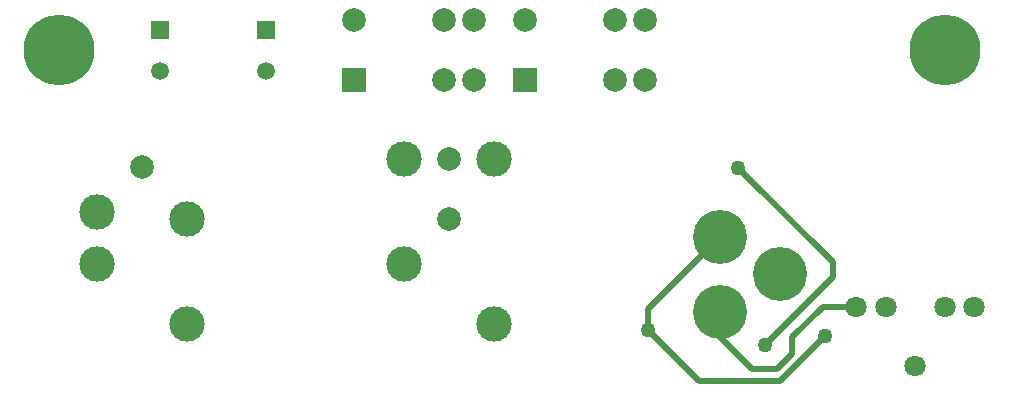
<source format=gbl>
%FSTAX24Y24*%
%MOIN*%
G70*
G01*
G75*
G04 Layer_Physical_Order=2*
G04 Layer_Color=16711680*
%ADD10R,0.0374X0.0315*%
%ADD11R,0.0709X0.0709*%
%ADD12R,0.0472X0.0256*%
%ADD13R,0.0315X0.0374*%
%ADD14R,0.0670X0.1575*%
%ADD15C,0.0200*%
%ADD16C,0.0079*%
%ADD17C,0.2362*%
%ADD18C,0.0787*%
%ADD19R,0.0787X0.0787*%
%ADD20R,0.0591X0.0591*%
%ADD21C,0.0591*%
%ADD22C,0.1181*%
%ADD23C,0.1800*%
%ADD24C,0.0709*%
%ADD25C,0.0500*%
D15*
X04325Y01235D02*
Y01305D01*
X04565Y01545D01*
X0494Y0141D02*
Y0146D01*
X04625Y01775D02*
X0494Y0146D01*
X04715Y01185D02*
X0494Y0141D01*
X04325Y01235D02*
X04495Y01065D01*
X04765D01*
X04915Y01215D01*
X049068Y013118D02*
X050181D01*
X0467Y01105D02*
X04755D01*
X04565Y0121D02*
Y01295D01*
Y0121D02*
X0467Y01105D01*
X04755D02*
X04805Y01155D01*
Y0121D01*
X049068Y013118D01*
D17*
X05315Y021654D02*
D03*
X023622D02*
D03*
D18*
X037433Y022654D02*
D03*
X036433D02*
D03*
X033433D02*
D03*
X037433Y020654D02*
D03*
X036433D02*
D03*
X043142Y022654D02*
D03*
X042142D02*
D03*
X039142D02*
D03*
X043142Y020654D02*
D03*
X042142D02*
D03*
X026378Y017776D02*
D03*
X036614Y018024D02*
D03*
Y016024D02*
D03*
D19*
X033433Y020654D02*
D03*
X039142D02*
D03*
D20*
X030512Y022343D02*
D03*
X026969D02*
D03*
D21*
X030512Y020965D02*
D03*
X026969D02*
D03*
D22*
X024878Y014524D02*
D03*
Y016274D02*
D03*
X027878Y016024D02*
D03*
Y012524D02*
D03*
X035114Y014524D02*
D03*
Y018024D02*
D03*
X038114D02*
D03*
Y012524D02*
D03*
D23*
X04565Y01545D02*
D03*
Y01295D02*
D03*
X04765Y0142D02*
D03*
D24*
X05215Y01115D02*
D03*
X050181Y013118D02*
D03*
X054118D02*
D03*
X051166D02*
D03*
X053134D02*
D03*
D25*
X04325Y01235D02*
D03*
X04915Y01215D02*
D03*
X04715Y01185D02*
D03*
X04625Y01775D02*
D03*
M02*

</source>
